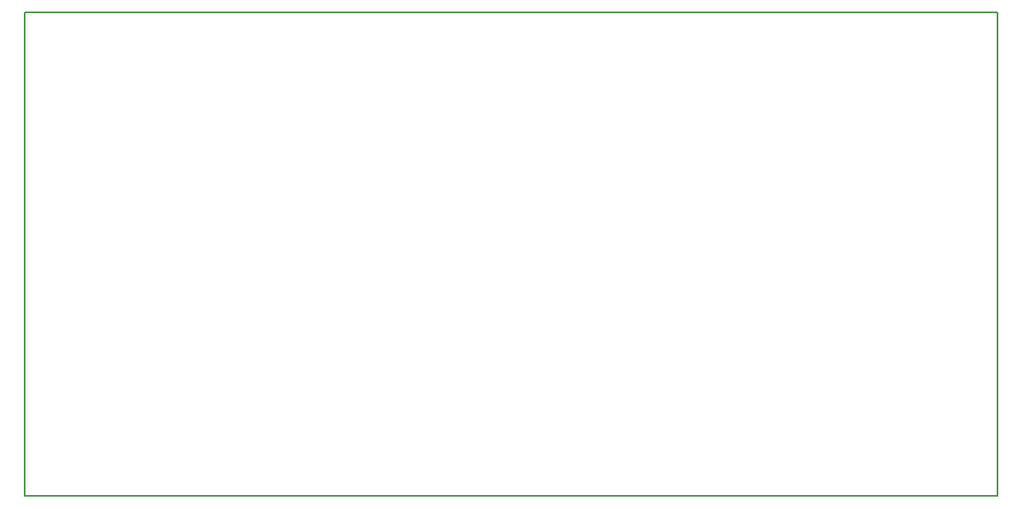
<source format=gbr>
%TF.GenerationSoftware,KiCad,Pcbnew,(5.1.5-0-10_14)*%
%TF.CreationDate,2020-09-13T21:21:23+01:00*%
%TF.ProjectId,SSFXPCB,53534658-5043-4422-9e6b-696361645f70,rev?*%
%TF.SameCoordinates,Original*%
%TF.FileFunction,Profile,NP*%
%FSLAX46Y46*%
G04 Gerber Fmt 4.6, Leading zero omitted, Abs format (unit mm)*
G04 Created by KiCad (PCBNEW (5.1.5-0-10_14)) date 2020-09-13 21:21:23*
%MOMM*%
%LPD*%
G04 APERTURE LIST*
%ADD10C,0.150000*%
G04 APERTURE END LIST*
D10*
X199644000Y-47752000D02*
X199644000Y-97536000D01*
X99568000Y-47752000D02*
X99568000Y-97536000D01*
X112776000Y-97536000D02*
X192532000Y-97536000D01*
X192532000Y-97536000D02*
X199644000Y-97536000D01*
X112776000Y-97536000D02*
X99568000Y-97536000D01*
X199644000Y-47752000D02*
X99568000Y-47752000D01*
M02*

</source>
